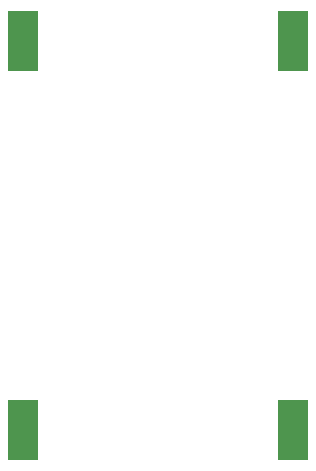
<source format=gbp>
G04 #@! TF.GenerationSoftware,KiCad,Pcbnew,(5.1.0)-1*
G04 #@! TF.CreationDate,2019-03-21T23:03:58+11:00*
G04 #@! TF.ProjectId,top-hemi,746f702d-6865-46d6-992e-6b696361645f,rev?*
G04 #@! TF.SameCoordinates,Original*
G04 #@! TF.FileFunction,Paste,Bot*
G04 #@! TF.FilePolarity,Positive*
%FSLAX46Y46*%
G04 Gerber Fmt 4.6, Leading zero omitted, Abs format (unit mm)*
G04 Created by KiCad (PCBNEW (5.1.0)-1) date 2019-03-21 23:03:58*
%MOMM*%
%LPD*%
G04 APERTURE LIST*
%ADD10R,2.540000X5.080000*%
G04 APERTURE END LIST*
D10*
X144462500Y-72224900D03*
X121602500Y-72224900D03*
X144386300Y-105105200D03*
X121526300Y-105105200D03*
M02*

</source>
